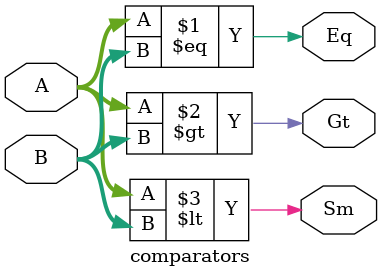
<source format=v>
module comparators(Eq,Gt,Sm,A,B);

	input [3:0]A,B;
	output Eq,Gt,Sm;

assign Eq= (A==B);	//A==B
assign Gt= (A>B);	//A>B
assign Sm= (A<B);	//A<B

endmodule

</source>
